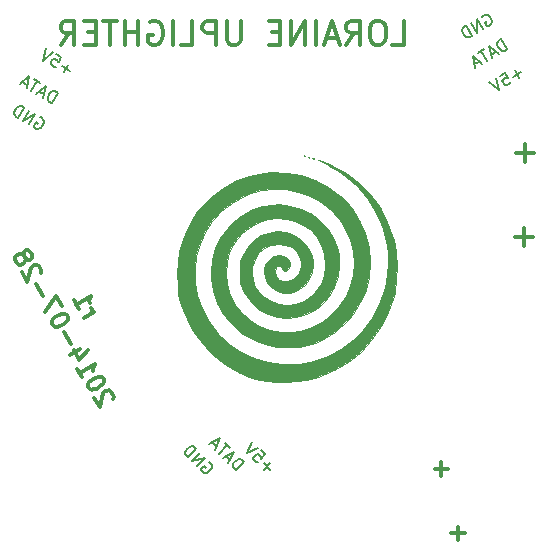
<source format=gbo>
%FSLAX46Y46*%
G04 Gerber Fmt 4.6, Leading zero omitted, Abs format (unit mm)*
G04 Created by KiCad (PCBNEW (2014-jan-25)-product) date Mon 28 Jul 2014 16:56:47 BST*
%MOMM*%
G01*
G04 APERTURE LIST*
%ADD10C,0.100000*%
%ADD11C,0.300000*%
%ADD12C,0.200000*%
%ADD13C,0.400000*%
%ADD14C,3.000000*%
%ADD15C,3.400000*%
%ADD16C,1.397000*%
%ADD17R,1.397000X1.397000*%
%ADD18C,5.500000*%
%ADD19C,4.500000*%
%ADD20R,2.032000X2.032000*%
%ADD21O,2.032000X2.032000*%
%ADD22C,2.000000*%
G04 APERTURE END LIST*
D10*
D11*
X110021516Y-135764327D02*
X110047661Y-135666753D01*
X110038092Y-135507321D01*
X109859520Y-135198026D01*
X109726233Y-135110023D01*
X109628659Y-135083878D01*
X109469227Y-135093448D01*
X109345509Y-135164876D01*
X109195646Y-135333878D01*
X108881911Y-136504757D01*
X108417625Y-135700590D01*
X109252378Y-134146424D02*
X109180949Y-134022707D01*
X109047662Y-133934703D01*
X108950088Y-133908558D01*
X108790655Y-133918128D01*
X108507506Y-133999126D01*
X108198211Y-134177698D01*
X107986489Y-134382413D01*
X107898486Y-134515701D01*
X107872341Y-134613275D01*
X107881911Y-134772707D01*
X107953340Y-134896424D01*
X108086627Y-134984428D01*
X108184201Y-135010573D01*
X108343632Y-135001003D01*
X108626782Y-134920005D01*
X108936077Y-134741434D01*
X109147798Y-134536717D01*
X109235802Y-134403430D01*
X109261947Y-134305857D01*
X109252378Y-134146424D01*
X106989054Y-133226233D02*
X107417626Y-133968540D01*
X107203340Y-133597386D02*
X108502378Y-132847386D01*
X108388229Y-133078247D01*
X108335940Y-133273394D01*
X108345510Y-133432826D01*
X107212223Y-131612772D02*
X106346197Y-132112772D01*
X107885665Y-131636353D02*
X107136353Y-132481362D01*
X106672067Y-131677195D01*
X106448211Y-131146610D02*
X105876783Y-130156866D01*
X106180950Y-128826555D02*
X106109521Y-128702837D01*
X105976234Y-128614834D01*
X105878660Y-128588689D01*
X105719227Y-128598258D01*
X105436078Y-128679257D01*
X105126783Y-128857828D01*
X104915061Y-129062544D01*
X104827058Y-129195832D01*
X104800913Y-129293405D01*
X104810483Y-129452837D01*
X104881912Y-129576555D01*
X105015199Y-129664559D01*
X105112773Y-129690704D01*
X105272204Y-129681134D01*
X105555354Y-129600136D01*
X105864649Y-129421564D01*
X106076370Y-129216848D01*
X106164374Y-129083561D01*
X106190519Y-128985987D01*
X106180950Y-128826555D01*
X105680950Y-127960530D02*
X105180950Y-127094504D01*
X104203340Y-128401235D01*
X104091069Y-127063919D02*
X103519640Y-126074176D01*
X103878660Y-125124588D02*
X103904805Y-125027015D01*
X103895236Y-124867582D01*
X103716664Y-124558287D01*
X103583377Y-124470284D01*
X103485803Y-124444139D01*
X103326371Y-124453709D01*
X103202653Y-124525138D01*
X103052790Y-124694139D01*
X102739055Y-125865018D01*
X102274769Y-125060852D01*
X102588505Y-123889973D02*
X102721793Y-123977977D01*
X102819366Y-124004121D01*
X102978798Y-123994552D01*
X103040657Y-123958838D01*
X103128660Y-123825550D01*
X103154806Y-123727977D01*
X103145236Y-123568544D01*
X103002379Y-123321109D01*
X102869091Y-123233105D01*
X102771517Y-123206960D01*
X102612085Y-123216530D01*
X102550227Y-123252244D01*
X102462223Y-123385531D01*
X102436078Y-123483105D01*
X102445648Y-123642538D01*
X102588505Y-123889973D01*
X102598075Y-124049406D01*
X102571930Y-124146979D01*
X102483926Y-124280267D01*
X102236491Y-124423124D01*
X102077059Y-124432693D01*
X101979485Y-124406549D01*
X101846198Y-124318544D01*
X101703341Y-124071109D01*
X101693771Y-123911677D01*
X101719916Y-123814103D01*
X101807919Y-123680816D01*
X102055355Y-123537959D01*
X102214787Y-123528389D01*
X102312361Y-123554534D01*
X102445648Y-123642538D01*
X107519054Y-128939663D02*
X108385080Y-128439663D01*
X108137643Y-128582521D02*
X108225647Y-128449234D01*
X108251792Y-128351660D01*
X108242223Y-128192227D01*
X108170794Y-128068510D01*
X106661912Y-127455049D02*
X107090483Y-128197356D01*
X106876197Y-127826202D02*
X108175235Y-127076202D01*
X108061087Y-127307063D01*
X108008798Y-127502210D01*
X108018367Y-127661642D01*
X133665811Y-105806762D02*
X134618192Y-105806762D01*
X134618192Y-103806762D01*
X132618191Y-103806762D02*
X132237239Y-103806762D01*
X132046763Y-103902000D01*
X131856286Y-104092476D01*
X131761048Y-104473429D01*
X131761048Y-105140095D01*
X131856286Y-105521048D01*
X132046763Y-105711524D01*
X132237239Y-105806762D01*
X132618191Y-105806762D01*
X132808667Y-105711524D01*
X132999144Y-105521048D01*
X133094382Y-105140095D01*
X133094382Y-104473429D01*
X132999144Y-104092476D01*
X132808667Y-103902000D01*
X132618191Y-103806762D01*
X129761048Y-105806762D02*
X130427715Y-104854381D01*
X130903906Y-105806762D02*
X130903906Y-103806762D01*
X130142001Y-103806762D01*
X129951525Y-103902000D01*
X129856286Y-103997238D01*
X129761048Y-104187714D01*
X129761048Y-104473429D01*
X129856286Y-104663905D01*
X129951525Y-104759143D01*
X130142001Y-104854381D01*
X130903906Y-104854381D01*
X128999144Y-105235333D02*
X128046763Y-105235333D01*
X129189620Y-105806762D02*
X128522953Y-103806762D01*
X127856286Y-105806762D01*
X127189620Y-105806762D02*
X127189620Y-103806762D01*
X126237239Y-105806762D02*
X126237239Y-103806762D01*
X125094381Y-105806762D01*
X125094381Y-103806762D01*
X124142001Y-104759143D02*
X123475334Y-104759143D01*
X123189620Y-105806762D02*
X124142001Y-105806762D01*
X124142001Y-103806762D01*
X123189620Y-103806762D01*
X120808667Y-103806762D02*
X120808667Y-105425810D01*
X120713428Y-105616286D01*
X120618190Y-105711524D01*
X120427714Y-105806762D01*
X120046762Y-105806762D01*
X119856286Y-105711524D01*
X119761047Y-105616286D01*
X119665809Y-105425810D01*
X119665809Y-103806762D01*
X118713429Y-105806762D02*
X118713429Y-103806762D01*
X117951524Y-103806762D01*
X117761048Y-103902000D01*
X117665809Y-103997238D01*
X117570571Y-104187714D01*
X117570571Y-104473429D01*
X117665809Y-104663905D01*
X117761048Y-104759143D01*
X117951524Y-104854381D01*
X118713429Y-104854381D01*
X115761048Y-105806762D02*
X116713429Y-105806762D01*
X116713429Y-103806762D01*
X115094381Y-105806762D02*
X115094381Y-103806762D01*
X113094380Y-103902000D02*
X113284857Y-103806762D01*
X113570571Y-103806762D01*
X113856285Y-103902000D01*
X114046761Y-104092476D01*
X114142000Y-104282952D01*
X114237238Y-104663905D01*
X114237238Y-104949619D01*
X114142000Y-105330571D01*
X114046761Y-105521048D01*
X113856285Y-105711524D01*
X113570571Y-105806762D01*
X113380095Y-105806762D01*
X113094380Y-105711524D01*
X112999142Y-105616286D01*
X112999142Y-104949619D01*
X113380095Y-104949619D01*
X112142000Y-105806762D02*
X112142000Y-103806762D01*
X112142000Y-104759143D02*
X110999142Y-104759143D01*
X110999142Y-105806762D02*
X110999142Y-103806762D01*
X110332476Y-103806762D02*
X109189619Y-103806762D01*
X109761047Y-105806762D02*
X109761047Y-103806762D01*
X108522952Y-104759143D02*
X107856285Y-104759143D01*
X107570571Y-105806762D02*
X108522952Y-105806762D01*
X108522952Y-103806762D01*
X107570571Y-103806762D01*
X105570570Y-105806762D02*
X106237237Y-104854381D01*
X106713428Y-105806762D02*
X106713428Y-103806762D01*
X105951523Y-103806762D01*
X105761047Y-103902000D01*
X105665808Y-103997238D01*
X105570570Y-104187714D01*
X105570570Y-104473429D01*
X105665808Y-104663905D01*
X105761047Y-104759143D01*
X105951523Y-104854381D01*
X106713428Y-104854381D01*
D12*
X123286629Y-141802645D02*
X122747881Y-141263897D01*
X122747881Y-141802644D02*
X123286629Y-141263896D01*
X122512179Y-140152729D02*
X122848897Y-140489447D01*
X122545851Y-140859836D01*
X122545851Y-140792492D01*
X122512180Y-140691477D01*
X122343820Y-140523118D01*
X122242805Y-140489446D01*
X122175462Y-140489446D01*
X122074446Y-140523118D01*
X121906087Y-140691477D01*
X121872416Y-140792492D01*
X121872416Y-140859836D01*
X121906087Y-140960851D01*
X122074447Y-141129210D01*
X122175462Y-141162882D01*
X122242805Y-141162882D01*
X122276477Y-139917027D02*
X121333668Y-140388431D01*
X121805072Y-139445622D01*
X120374778Y-141842542D02*
X121081885Y-141135435D01*
X120913527Y-140967076D01*
X120778839Y-140899732D01*
X120644152Y-140899732D01*
X120543137Y-140933404D01*
X120374778Y-141034419D01*
X120273763Y-141135435D01*
X120172747Y-141303794D01*
X120139076Y-141404809D01*
X120139076Y-141539496D01*
X120206420Y-141674183D01*
X120374778Y-141842542D01*
X119903374Y-140967076D02*
X119566656Y-140630359D01*
X119768687Y-141236450D02*
X120240092Y-140293641D01*
X119297282Y-140765045D01*
X119869702Y-139923252D02*
X119465641Y-139519190D01*
X118960565Y-140428328D02*
X119667672Y-139721222D01*
X118758534Y-139822237D02*
X118421816Y-139485519D01*
X118623847Y-140091610D02*
X119095252Y-139148802D01*
X118152442Y-139620206D01*
X118113301Y-141155194D02*
X118214316Y-141188866D01*
X118315331Y-141289881D01*
X118382675Y-141424569D01*
X118382675Y-141559255D01*
X118349004Y-141660271D01*
X118247988Y-141828629D01*
X118146973Y-141929645D01*
X117978614Y-142030660D01*
X117877599Y-142064332D01*
X117742912Y-142064332D01*
X117608224Y-141996988D01*
X117540881Y-141929644D01*
X117473538Y-141794957D01*
X117473538Y-141727614D01*
X117709240Y-141491912D01*
X117843926Y-141626599D01*
X117103149Y-141491912D02*
X117810255Y-140784805D01*
X116699087Y-141087851D01*
X117406194Y-140380744D01*
X116362370Y-140751133D02*
X117069477Y-140044027D01*
X116901118Y-139875668D01*
X116766431Y-139808324D01*
X116631744Y-139808324D01*
X116530729Y-139841996D01*
X116362370Y-139943011D01*
X116261354Y-140044027D01*
X116160339Y-140212385D01*
X116126667Y-140313400D01*
X116126667Y-140448087D01*
X116194012Y-140582775D01*
X116362370Y-140751133D01*
X144532175Y-108131002D02*
X143872346Y-108511955D01*
X144392737Y-108651393D02*
X144011784Y-107991564D01*
X142738036Y-108452034D02*
X143150430Y-108213939D01*
X143429764Y-108602522D01*
X143364715Y-108585092D01*
X143258427Y-108591472D01*
X143052230Y-108710520D01*
X142993561Y-108799378D01*
X142976131Y-108864427D01*
X142982511Y-108970716D01*
X143101559Y-109176912D01*
X143190417Y-109235581D01*
X143255466Y-109253011D01*
X143361754Y-109246631D01*
X143567951Y-109127583D01*
X143626620Y-109038725D01*
X143644050Y-108973676D01*
X142449361Y-108618701D02*
X142660687Y-109651392D01*
X141872011Y-108952034D01*
X143384229Y-106194773D02*
X142884229Y-105328748D01*
X142678032Y-105447796D01*
X142578123Y-105560464D01*
X142543264Y-105690561D01*
X142549643Y-105796849D01*
X142603642Y-105985616D01*
X142675071Y-106109335D01*
X142811548Y-106250482D01*
X142900407Y-106309151D01*
X143030504Y-106344011D01*
X143178032Y-106313821D01*
X143384229Y-106194773D01*
X142416585Y-106423528D02*
X142004192Y-106661624D01*
X142641921Y-106623345D02*
X141853246Y-105923986D01*
X142064570Y-106956678D01*
X141399613Y-106185891D02*
X140904741Y-106471606D01*
X141652178Y-107194773D02*
X141152178Y-106328748D01*
X141014449Y-107233052D02*
X140602055Y-107471148D01*
X141239784Y-107432869D02*
X140451109Y-106733510D01*
X140662434Y-107766202D01*
X141252828Y-103453035D02*
X141311497Y-103364177D01*
X141435215Y-103292749D01*
X141582743Y-103262559D01*
X141712841Y-103297418D01*
X141801699Y-103356087D01*
X141938176Y-103497235D01*
X142009605Y-103620954D01*
X142063604Y-103809720D01*
X142069984Y-103916008D01*
X142035124Y-104046106D01*
X141935215Y-104158774D01*
X141852737Y-104206393D01*
X141705209Y-104236582D01*
X141640160Y-104219152D01*
X141473494Y-103930478D01*
X141638451Y-103835240D01*
X141316626Y-104515916D02*
X140816626Y-103649891D01*
X140821754Y-104801631D01*
X140321754Y-103935606D01*
X140409361Y-105039726D02*
X139909361Y-104173701D01*
X139703165Y-104292748D01*
X139603256Y-104405416D01*
X139568396Y-104535514D01*
X139574776Y-104641802D01*
X139628775Y-104830568D01*
X139700204Y-104954287D01*
X139836681Y-105095435D01*
X139925539Y-105154104D01*
X140055637Y-105188963D01*
X140203165Y-105158773D01*
X140409361Y-105039726D01*
X103779828Y-111961939D02*
X103886116Y-111968319D01*
X104009834Y-112039748D01*
X104109743Y-112152416D01*
X104144603Y-112282513D01*
X104138223Y-112388801D01*
X104084224Y-112577568D01*
X104012795Y-112701287D01*
X103876318Y-112842434D01*
X103787460Y-112901103D01*
X103657362Y-112935963D01*
X103509834Y-112905773D01*
X103427356Y-112858154D01*
X103327447Y-112745486D01*
X103310017Y-112680437D01*
X103476684Y-112391763D01*
X103641641Y-112487001D01*
X102891245Y-112548630D02*
X103391245Y-111682605D01*
X102396373Y-112262916D01*
X102896373Y-111396891D01*
X101983980Y-112024821D02*
X102483980Y-111158796D01*
X102277784Y-111039748D01*
X102130256Y-111009558D01*
X102000158Y-111044418D01*
X101911300Y-111103087D01*
X101774823Y-111244234D01*
X101703394Y-111367953D01*
X101649395Y-111556720D01*
X101643015Y-111663008D01*
X101677875Y-111793105D01*
X101777784Y-111905773D01*
X101983980Y-112024821D01*
X104831848Y-110742773D02*
X105331848Y-109876748D01*
X105125651Y-109757701D01*
X104978123Y-109727511D01*
X104848026Y-109762370D01*
X104759167Y-109821039D01*
X104622690Y-109962187D01*
X104551261Y-110085906D01*
X104497262Y-110274672D01*
X104490883Y-110380960D01*
X104525742Y-110511058D01*
X104625651Y-110623726D01*
X104831848Y-110742773D01*
X104149918Y-110019147D02*
X103737525Y-109781052D01*
X104089540Y-110314202D02*
X104300865Y-109281510D01*
X103512189Y-109980868D01*
X103847232Y-109019605D02*
X103352360Y-108733891D01*
X103099797Y-109742773D02*
X103599797Y-108876748D01*
X102747782Y-109209623D02*
X102335388Y-108971528D01*
X102687403Y-109504678D02*
X102898728Y-108471986D01*
X102110053Y-109171344D01*
X106360746Y-108019716D02*
X105700917Y-107638764D01*
X105840356Y-108159154D02*
X106221308Y-107499325D01*
X105185655Y-106626462D02*
X105598049Y-106864558D01*
X105401193Y-107300760D01*
X105383763Y-107235711D01*
X105325094Y-107146853D01*
X105118897Y-107027805D01*
X105012609Y-107021425D01*
X104947560Y-107038855D01*
X104858701Y-107097525D01*
X104739654Y-107303721D01*
X104733274Y-107410009D01*
X104750704Y-107475058D01*
X104809373Y-107563916D01*
X105015570Y-107682964D01*
X105121858Y-107689344D01*
X105186907Y-107671914D01*
X104896980Y-106459796D02*
X104108306Y-107159154D01*
X104319630Y-106126462D01*
D11*
X138366428Y-141712143D02*
X137223571Y-141712143D01*
X137795000Y-142283571D02*
X137795000Y-141140714D01*
X139763428Y-147173143D02*
X138620571Y-147173143D01*
X139192000Y-147744571D02*
X139192000Y-146601714D01*
X145668905Y-114950857D02*
X144145095Y-114950857D01*
X144907000Y-115712762D02*
X144907000Y-114188952D01*
X145541905Y-122062857D02*
X144018095Y-122062857D01*
X144780000Y-122824762D02*
X144780000Y-121300952D01*
D10*
G36*
X134026856Y-124514931D02*
X133989387Y-125643042D01*
X133836487Y-126707762D01*
X133755503Y-127051966D01*
X133296902Y-128412594D01*
X132671581Y-129662157D01*
X131888930Y-130790963D01*
X130958336Y-131789321D01*
X129889188Y-132647538D01*
X128690873Y-133355923D01*
X127372779Y-133904783D01*
X127003234Y-134022674D01*
X126335339Y-134174849D01*
X125539750Y-134280880D01*
X124682228Y-134338142D01*
X123828535Y-134344010D01*
X123044432Y-134295858D01*
X122453400Y-134204342D01*
X122037296Y-134087299D01*
X121526179Y-133907237D01*
X121005154Y-133695199D01*
X120790543Y-133597814D01*
X119571451Y-132922459D01*
X118507642Y-132118157D01*
X117591072Y-131176853D01*
X116813700Y-130090493D01*
X116265161Y-129065884D01*
X115931594Y-128292605D01*
X115697257Y-127588953D01*
X115547877Y-126887879D01*
X115469181Y-126122334D01*
X115446896Y-125225268D01*
X115446900Y-125222000D01*
X115484696Y-124206308D01*
X115604634Y-123318281D01*
X115820908Y-122494078D01*
X116147711Y-121669863D01*
X116313514Y-121323962D01*
X116673045Y-120656494D01*
X117045724Y-120087645D01*
X117478893Y-119555000D01*
X118019892Y-118996141D01*
X118234374Y-118791355D01*
X119233607Y-117986312D01*
X120324920Y-117361266D01*
X121498710Y-116920282D01*
X122745375Y-116667429D01*
X123376057Y-116613626D01*
X124708458Y-116639886D01*
X125958225Y-116851726D01*
X127125995Y-117249371D01*
X128212402Y-117833048D01*
X129218082Y-118602982D01*
X129365151Y-118737487D01*
X130204121Y-119655444D01*
X130865727Y-120670229D01*
X131346133Y-121772946D01*
X131641504Y-122954698D01*
X131748005Y-124206588D01*
X131748298Y-124265947D01*
X131663358Y-125476818D01*
X131401085Y-126594475D01*
X130955846Y-127632514D01*
X130322008Y-128604530D01*
X129622062Y-129397732D01*
X129168177Y-129836052D01*
X128780575Y-130161667D01*
X128398171Y-130420201D01*
X127959879Y-130657277D01*
X127889000Y-130692122D01*
X127128081Y-131030471D01*
X126444944Y-131253748D01*
X125763812Y-131379963D01*
X125008912Y-131427127D01*
X124790200Y-131428662D01*
X123901491Y-131385677D01*
X123120631Y-131248382D01*
X122367054Y-130998556D01*
X121843800Y-130762339D01*
X120870656Y-130177365D01*
X120037599Y-129455464D01*
X119355484Y-128613975D01*
X118835168Y-127670238D01*
X118487508Y-126641591D01*
X118323358Y-125545375D01*
X118311330Y-125120400D01*
X118399668Y-124033036D01*
X118659944Y-123046830D01*
X119099713Y-122143483D01*
X119726531Y-121304701D01*
X120011911Y-121002511D01*
X120817842Y-120308716D01*
X121664885Y-119807360D01*
X122576998Y-119488406D01*
X123578136Y-119341820D01*
X124006232Y-119329199D01*
X125009494Y-119424925D01*
X125951055Y-119700961D01*
X126811027Y-120140593D01*
X127569523Y-120727108D01*
X128206653Y-121443794D01*
X128702532Y-122273936D01*
X129037271Y-123200822D01*
X129128148Y-123633571D01*
X129176810Y-124526155D01*
X129042028Y-125428366D01*
X128737237Y-126299539D01*
X128275870Y-127099012D01*
X127795503Y-127667211D01*
X127091995Y-128241876D01*
X126323358Y-128646358D01*
X125514869Y-128884404D01*
X124691808Y-128959762D01*
X123879452Y-128876178D01*
X123103081Y-128637400D01*
X122387973Y-128247175D01*
X121759407Y-127709251D01*
X121242661Y-127027375D01*
X121049862Y-126667236D01*
X120888822Y-126304602D01*
X120791878Y-126002149D01*
X120743234Y-125681910D01*
X120727095Y-125265923D01*
X120726200Y-125069600D01*
X120735850Y-124582574D01*
X120773716Y-124224235D01*
X120853170Y-123920611D01*
X120987584Y-123597733D01*
X120995232Y-123581367D01*
X121412289Y-122899407D01*
X121941965Y-122356423D01*
X122556414Y-121957775D01*
X123227793Y-121708828D01*
X123928257Y-121614941D01*
X124629964Y-121681479D01*
X125305067Y-121913804D01*
X125925724Y-122317276D01*
X126201257Y-122578784D01*
X126571712Y-123082459D01*
X126837542Y-123661977D01*
X126966713Y-124241749D01*
X126974033Y-124402240D01*
X126881577Y-125022262D01*
X126627667Y-125605482D01*
X126243417Y-126114130D01*
X125759936Y-126510440D01*
X125208338Y-126756644D01*
X124997609Y-126801479D01*
X124414288Y-126802149D01*
X123877810Y-126643279D01*
X123416480Y-126352264D01*
X123058603Y-125956501D01*
X122832483Y-125483385D01*
X122766425Y-124960311D01*
X122804472Y-124678779D01*
X122983230Y-124248577D01*
X123275317Y-123918206D01*
X123639779Y-123701960D01*
X124035659Y-123614134D01*
X124422005Y-123669024D01*
X124757860Y-123880925D01*
X124836597Y-123969479D01*
X125014989Y-124285909D01*
X125005800Y-124572895D01*
X124856824Y-124821287D01*
X124652363Y-124975920D01*
X124462708Y-124972238D01*
X124346143Y-124821824D01*
X124333000Y-124717188D01*
X124255535Y-124564052D01*
X124079993Y-124505612D01*
X123891651Y-124548977D01*
X123785070Y-124671509D01*
X123719396Y-125078860D01*
X123829876Y-125430332D01*
X124090441Y-125689982D01*
X124475025Y-125821864D01*
X124626101Y-125831220D01*
X125097097Y-125739647D01*
X125486385Y-125490609D01*
X125771332Y-125121064D01*
X125929309Y-124667970D01*
X125937686Y-124168282D01*
X125850536Y-123831614D01*
X125562156Y-123341314D01*
X125129105Y-122973951D01*
X124581210Y-122748339D01*
X124028200Y-122682000D01*
X123358418Y-122773094D01*
X122782482Y-123033410D01*
X122318783Y-123443499D01*
X121985715Y-123983910D01*
X121801668Y-124635194D01*
X121770422Y-125069600D01*
X121841304Y-125733158D01*
X122066813Y-126311560D01*
X122466243Y-126845759D01*
X122726951Y-127099883D01*
X123342878Y-127526028D01*
X124023865Y-127775235D01*
X124739639Y-127850012D01*
X125459926Y-127752871D01*
X126154453Y-127486320D01*
X126792946Y-127052869D01*
X127116724Y-126735968D01*
X127580294Y-126094214D01*
X127866247Y-125385946D01*
X127985533Y-124581332D01*
X127990600Y-124355678D01*
X127901150Y-123509661D01*
X127647509Y-122752588D01*
X127251739Y-122092161D01*
X126735904Y-121536087D01*
X126122065Y-121092068D01*
X125432287Y-120767810D01*
X124688630Y-120571017D01*
X123913159Y-120509392D01*
X123127935Y-120590642D01*
X122355022Y-120822469D01*
X121616482Y-121212578D01*
X120934378Y-121768674D01*
X120844587Y-121860271D01*
X120254926Y-122595989D01*
X119851385Y-123382616D01*
X119622905Y-124248240D01*
X119557800Y-125128138D01*
X119652558Y-126100618D01*
X119924207Y-127003965D01*
X120353801Y-127823265D01*
X120922398Y-128543607D01*
X121611055Y-129150078D01*
X122400829Y-129627766D01*
X123272777Y-129961758D01*
X124207955Y-130137143D01*
X125187421Y-130139008D01*
X125806200Y-130046986D01*
X126810190Y-129741794D01*
X127710946Y-129276705D01*
X128498978Y-128672105D01*
X129164797Y-127948382D01*
X129698913Y-127125920D01*
X130091837Y-126225106D01*
X130334079Y-125266327D01*
X130416150Y-124269970D01*
X130328560Y-123256419D01*
X130061820Y-122246063D01*
X129761970Y-121548742D01*
X129184723Y-120620318D01*
X128466910Y-119820079D01*
X127631697Y-119155865D01*
X126702247Y-118635515D01*
X125701724Y-118266871D01*
X124653294Y-118057771D01*
X123580119Y-118016055D01*
X122505364Y-118149564D01*
X121452194Y-118466137D01*
X121101520Y-118617629D01*
X120064529Y-119206890D01*
X119169000Y-119926417D01*
X118418440Y-120757282D01*
X117816358Y-121680555D01*
X117366263Y-122677308D01*
X117071661Y-123728612D01*
X116936063Y-124815538D01*
X116962976Y-125919157D01*
X117155908Y-127020541D01*
X117518367Y-128100761D01*
X118053862Y-129140887D01*
X118765901Y-130121992D01*
X118933750Y-130313841D01*
X119813281Y-131139908D01*
X120815982Y-131818435D01*
X121915749Y-132339750D01*
X123086476Y-132694177D01*
X124302056Y-132872043D01*
X125536386Y-132863674D01*
X125755898Y-132841943D01*
X127008264Y-132600860D01*
X128193150Y-132176910D01*
X129294668Y-131583770D01*
X130296931Y-130835115D01*
X131184051Y-129944621D01*
X131940140Y-128925962D01*
X132549310Y-127792814D01*
X132976217Y-126627055D01*
X133117072Y-125976934D01*
X133212036Y-125198931D01*
X133258380Y-124363726D01*
X133253373Y-123542002D01*
X133194287Y-122804438D01*
X133137218Y-122457682D01*
X132767091Y-121157686D01*
X132214873Y-119923930D01*
X131495771Y-118780799D01*
X130624988Y-117752677D01*
X129677692Y-116909775D01*
X129306410Y-116649526D01*
X128829418Y-116351459D01*
X128325207Y-116063548D01*
X128093558Y-115941514D01*
X127681960Y-115725255D01*
X127448757Y-115588665D01*
X127385748Y-115530962D01*
X127484732Y-115551367D01*
X127737507Y-115649100D01*
X128135872Y-115823380D01*
X128468702Y-115977202D01*
X129715289Y-116668919D01*
X130816624Y-117501946D01*
X131769024Y-118471828D01*
X132568808Y-119574107D01*
X133212294Y-120804328D01*
X133695799Y-122158033D01*
X133755503Y-122376033D01*
X133948895Y-123400304D01*
X134026856Y-124514931D01*
X134026856Y-124514931D01*
X134026856Y-124514931D01*
G37*
X134026856Y-124514931D02*
X133989387Y-125643042D01*
X133836487Y-126707762D01*
X133755503Y-127051966D01*
X133296902Y-128412594D01*
X132671581Y-129662157D01*
X131888930Y-130790963D01*
X130958336Y-131789321D01*
X129889188Y-132647538D01*
X128690873Y-133355923D01*
X127372779Y-133904783D01*
X127003234Y-134022674D01*
X126335339Y-134174849D01*
X125539750Y-134280880D01*
X124682228Y-134338142D01*
X123828535Y-134344010D01*
X123044432Y-134295858D01*
X122453400Y-134204342D01*
X122037296Y-134087299D01*
X121526179Y-133907237D01*
X121005154Y-133695199D01*
X120790543Y-133597814D01*
X119571451Y-132922459D01*
X118507642Y-132118157D01*
X117591072Y-131176853D01*
X116813700Y-130090493D01*
X116265161Y-129065884D01*
X115931594Y-128292605D01*
X115697257Y-127588953D01*
X115547877Y-126887879D01*
X115469181Y-126122334D01*
X115446896Y-125225268D01*
X115446900Y-125222000D01*
X115484696Y-124206308D01*
X115604634Y-123318281D01*
X115820908Y-122494078D01*
X116147711Y-121669863D01*
X116313514Y-121323962D01*
X116673045Y-120656494D01*
X117045724Y-120087645D01*
X117478893Y-119555000D01*
X118019892Y-118996141D01*
X118234374Y-118791355D01*
X119233607Y-117986312D01*
X120324920Y-117361266D01*
X121498710Y-116920282D01*
X122745375Y-116667429D01*
X123376057Y-116613626D01*
X124708458Y-116639886D01*
X125958225Y-116851726D01*
X127125995Y-117249371D01*
X128212402Y-117833048D01*
X129218082Y-118602982D01*
X129365151Y-118737487D01*
X130204121Y-119655444D01*
X130865727Y-120670229D01*
X131346133Y-121772946D01*
X131641504Y-122954698D01*
X131748005Y-124206588D01*
X131748298Y-124265947D01*
X131663358Y-125476818D01*
X131401085Y-126594475D01*
X130955846Y-127632514D01*
X130322008Y-128604530D01*
X129622062Y-129397732D01*
X129168177Y-129836052D01*
X128780575Y-130161667D01*
X128398171Y-130420201D01*
X127959879Y-130657277D01*
X127889000Y-130692122D01*
X127128081Y-131030471D01*
X126444944Y-131253748D01*
X125763812Y-131379963D01*
X125008912Y-131427127D01*
X124790200Y-131428662D01*
X123901491Y-131385677D01*
X123120631Y-131248382D01*
X122367054Y-130998556D01*
X121843800Y-130762339D01*
X120870656Y-130177365D01*
X120037599Y-129455464D01*
X119355484Y-128613975D01*
X118835168Y-127670238D01*
X118487508Y-126641591D01*
X118323358Y-125545375D01*
X118311330Y-125120400D01*
X118399668Y-124033036D01*
X118659944Y-123046830D01*
X119099713Y-122143483D01*
X119726531Y-121304701D01*
X120011911Y-121002511D01*
X120817842Y-120308716D01*
X121664885Y-119807360D01*
X122576998Y-119488406D01*
X123578136Y-119341820D01*
X124006232Y-119329199D01*
X125009494Y-119424925D01*
X125951055Y-119700961D01*
X126811027Y-120140593D01*
X127569523Y-120727108D01*
X128206653Y-121443794D01*
X128702532Y-122273936D01*
X129037271Y-123200822D01*
X129128148Y-123633571D01*
X129176810Y-124526155D01*
X129042028Y-125428366D01*
X128737237Y-126299539D01*
X128275870Y-127099012D01*
X127795503Y-127667211D01*
X127091995Y-128241876D01*
X126323358Y-128646358D01*
X125514869Y-128884404D01*
X124691808Y-128959762D01*
X123879452Y-128876178D01*
X123103081Y-128637400D01*
X122387973Y-128247175D01*
X121759407Y-127709251D01*
X121242661Y-127027375D01*
X121049862Y-126667236D01*
X120888822Y-126304602D01*
X120791878Y-126002149D01*
X120743234Y-125681910D01*
X120727095Y-125265923D01*
X120726200Y-125069600D01*
X120735850Y-124582574D01*
X120773716Y-124224235D01*
X120853170Y-123920611D01*
X120987584Y-123597733D01*
X120995232Y-123581367D01*
X121412289Y-122899407D01*
X121941965Y-122356423D01*
X122556414Y-121957775D01*
X123227793Y-121708828D01*
X123928257Y-121614941D01*
X124629964Y-121681479D01*
X125305067Y-121913804D01*
X125925724Y-122317276D01*
X126201257Y-122578784D01*
X126571712Y-123082459D01*
X126837542Y-123661977D01*
X126966713Y-124241749D01*
X126974033Y-124402240D01*
X126881577Y-125022262D01*
X126627667Y-125605482D01*
X126243417Y-126114130D01*
X125759936Y-126510440D01*
X125208338Y-126756644D01*
X124997609Y-126801479D01*
X124414288Y-126802149D01*
X123877810Y-126643279D01*
X123416480Y-126352264D01*
X123058603Y-125956501D01*
X122832483Y-125483385D01*
X122766425Y-124960311D01*
X122804472Y-124678779D01*
X122983230Y-124248577D01*
X123275317Y-123918206D01*
X123639779Y-123701960D01*
X124035659Y-123614134D01*
X124422005Y-123669024D01*
X124757860Y-123880925D01*
X124836597Y-123969479D01*
X125014989Y-124285909D01*
X125005800Y-124572895D01*
X124856824Y-124821287D01*
X124652363Y-124975920D01*
X124462708Y-124972238D01*
X124346143Y-124821824D01*
X124333000Y-124717188D01*
X124255535Y-124564052D01*
X124079993Y-124505612D01*
X123891651Y-124548977D01*
X123785070Y-124671509D01*
X123719396Y-125078860D01*
X123829876Y-125430332D01*
X124090441Y-125689982D01*
X124475025Y-125821864D01*
X124626101Y-125831220D01*
X125097097Y-125739647D01*
X125486385Y-125490609D01*
X125771332Y-125121064D01*
X125929309Y-124667970D01*
X125937686Y-124168282D01*
X125850536Y-123831614D01*
X125562156Y-123341314D01*
X125129105Y-122973951D01*
X124581210Y-122748339D01*
X124028200Y-122682000D01*
X123358418Y-122773094D01*
X122782482Y-123033410D01*
X122318783Y-123443499D01*
X121985715Y-123983910D01*
X121801668Y-124635194D01*
X121770422Y-125069600D01*
X121841304Y-125733158D01*
X122066813Y-126311560D01*
X122466243Y-126845759D01*
X122726951Y-127099883D01*
X123342878Y-127526028D01*
X124023865Y-127775235D01*
X124739639Y-127850012D01*
X125459926Y-127752871D01*
X126154453Y-127486320D01*
X126792946Y-127052869D01*
X127116724Y-126735968D01*
X127580294Y-126094214D01*
X127866247Y-125385946D01*
X127985533Y-124581332D01*
X127990600Y-124355678D01*
X127901150Y-123509661D01*
X127647509Y-122752588D01*
X127251739Y-122092161D01*
X126735904Y-121536087D01*
X126122065Y-121092068D01*
X125432287Y-120767810D01*
X124688630Y-120571017D01*
X123913159Y-120509392D01*
X123127935Y-120590642D01*
X122355022Y-120822469D01*
X121616482Y-121212578D01*
X120934378Y-121768674D01*
X120844587Y-121860271D01*
X120254926Y-122595989D01*
X119851385Y-123382616D01*
X119622905Y-124248240D01*
X119557800Y-125128138D01*
X119652558Y-126100618D01*
X119924207Y-127003965D01*
X120353801Y-127823265D01*
X120922398Y-128543607D01*
X121611055Y-129150078D01*
X122400829Y-129627766D01*
X123272777Y-129961758D01*
X124207955Y-130137143D01*
X125187421Y-130139008D01*
X125806200Y-130046986D01*
X126810190Y-129741794D01*
X127710946Y-129276705D01*
X128498978Y-128672105D01*
X129164797Y-127948382D01*
X129698913Y-127125920D01*
X130091837Y-126225106D01*
X130334079Y-125266327D01*
X130416150Y-124269970D01*
X130328560Y-123256419D01*
X130061820Y-122246063D01*
X129761970Y-121548742D01*
X129184723Y-120620318D01*
X128466910Y-119820079D01*
X127631697Y-119155865D01*
X126702247Y-118635515D01*
X125701724Y-118266871D01*
X124653294Y-118057771D01*
X123580119Y-118016055D01*
X122505364Y-118149564D01*
X121452194Y-118466137D01*
X121101520Y-118617629D01*
X120064529Y-119206890D01*
X119169000Y-119926417D01*
X118418440Y-120757282D01*
X117816358Y-121680555D01*
X117366263Y-122677308D01*
X117071661Y-123728612D01*
X116936063Y-124815538D01*
X116962976Y-125919157D01*
X117155908Y-127020541D01*
X117518367Y-128100761D01*
X118053862Y-129140887D01*
X118765901Y-130121992D01*
X118933750Y-130313841D01*
X119813281Y-131139908D01*
X120815982Y-131818435D01*
X121915749Y-132339750D01*
X123086476Y-132694177D01*
X124302056Y-132872043D01*
X125536386Y-132863674D01*
X125755898Y-132841943D01*
X127008264Y-132600860D01*
X128193150Y-132176910D01*
X129294668Y-131583770D01*
X130296931Y-130835115D01*
X131184051Y-129944621D01*
X131940140Y-128925962D01*
X132549310Y-127792814D01*
X132976217Y-126627055D01*
X133117072Y-125976934D01*
X133212036Y-125198931D01*
X133258380Y-124363726D01*
X133253373Y-123542002D01*
X133194287Y-122804438D01*
X133137218Y-122457682D01*
X132767091Y-121157686D01*
X132214873Y-119923930D01*
X131495771Y-118780799D01*
X130624988Y-117752677D01*
X129677692Y-116909775D01*
X129306410Y-116649526D01*
X128829418Y-116351459D01*
X128325207Y-116063548D01*
X128093558Y-115941514D01*
X127681960Y-115725255D01*
X127448757Y-115588665D01*
X127385748Y-115530962D01*
X127484732Y-115551367D01*
X127737507Y-115649100D01*
X128135872Y-115823380D01*
X128468702Y-115977202D01*
X129715289Y-116668919D01*
X130816624Y-117501946D01*
X131769024Y-118471828D01*
X132568808Y-119574107D01*
X133212294Y-120804328D01*
X133695799Y-122158033D01*
X133755503Y-122376033D01*
X133948895Y-123400304D01*
X134026856Y-124514931D01*
X134026856Y-124514931D01*
G36*
X127042333Y-115400666D02*
X127028386Y-115461067D01*
X126974600Y-115468400D01*
X126890971Y-115431226D01*
X126906866Y-115400666D01*
X127027442Y-115388507D01*
X127042333Y-115400666D01*
X127042333Y-115400666D01*
X127042333Y-115400666D01*
G37*
X127042333Y-115400666D02*
X127028386Y-115461067D01*
X126974600Y-115468400D01*
X126890971Y-115431226D01*
X126906866Y-115400666D01*
X127027442Y-115388507D01*
X127042333Y-115400666D01*
X127042333Y-115400666D01*
G36*
X126635933Y-115299066D02*
X126621986Y-115359467D01*
X126568200Y-115366800D01*
X126484571Y-115329626D01*
X126500466Y-115299066D01*
X126621042Y-115286907D01*
X126635933Y-115299066D01*
X126635933Y-115299066D01*
X126635933Y-115299066D01*
G37*
X126635933Y-115299066D02*
X126621986Y-115359467D01*
X126568200Y-115366800D01*
X126484571Y-115329626D01*
X126500466Y-115299066D01*
X126621042Y-115286907D01*
X126635933Y-115299066D01*
X126635933Y-115299066D01*
G36*
X126263400Y-115214400D02*
X126212600Y-115265200D01*
X126161800Y-115214400D01*
X126212600Y-115163600D01*
X126263400Y-115214400D01*
X126263400Y-115214400D01*
X126263400Y-115214400D01*
G37*
X126263400Y-115214400D02*
X126212600Y-115265200D01*
X126161800Y-115214400D01*
X126212600Y-115163600D01*
X126263400Y-115214400D01*
X126263400Y-115214400D01*
%LPC*%
D13*
X114230000Y-109258000D03*
X114230000Y-108458000D03*
X114230000Y-107658000D03*
X113430000Y-107658000D03*
X113430000Y-108458000D03*
X113430000Y-109258000D03*
X112630000Y-109258000D03*
X112630000Y-108458000D03*
X112630000Y-107658000D03*
X111830000Y-107658000D03*
X111830000Y-108458000D03*
X111830000Y-109258000D03*
X129578000Y-106242000D03*
X128778000Y-106242000D03*
X127978000Y-106242000D03*
X127978000Y-107042000D03*
X128778000Y-107042000D03*
X129578000Y-107042000D03*
X129578000Y-107842000D03*
X128778000Y-107842000D03*
X127978000Y-107842000D03*
X127978000Y-108642000D03*
X128778000Y-108642000D03*
X129578000Y-108642000D03*
X122466000Y-145358000D03*
X121666000Y-145358000D03*
X120866000Y-145358000D03*
X120866000Y-146158000D03*
X121666000Y-146158000D03*
X122466000Y-146158000D03*
X122466000Y-146958000D03*
X121666000Y-146958000D03*
X120866000Y-146958000D03*
X120866000Y-147758000D03*
X121666000Y-147758000D03*
X122466000Y-147758000D03*
D10*
G36*
X133093573Y-114785107D02*
X136629107Y-111249573D01*
X138750427Y-113370893D01*
X135214893Y-116906427D01*
X133093573Y-114785107D01*
X133093573Y-114785107D01*
G37*
D14*
X120677181Y-109048074D02*
X121194819Y-110979926D01*
X109048074Y-120677181D02*
X110979926Y-121194819D01*
X114785107Y-135468893D02*
X113370893Y-136883107D01*
X129059181Y-139147074D02*
X129576819Y-141078926D01*
X139020074Y-128678181D02*
X140951926Y-129195819D01*
D15*
X128302000Y-112681000D03*
X137319000Y-121698000D03*
X134017000Y-134017000D03*
X121698000Y-137319000D03*
X112681000Y-128302000D03*
X115983000Y-115983000D03*
D10*
G36*
X105275669Y-114301874D02*
X104065831Y-113603374D01*
X104764331Y-112393536D01*
X105974169Y-113092036D01*
X105275669Y-114301874D01*
X105275669Y-114301874D01*
G37*
D16*
X106290000Y-111148000D03*
X107560000Y-108948295D03*
D10*
G36*
X142165831Y-102544626D02*
X143375669Y-101846126D01*
X144074169Y-103055964D01*
X142864331Y-103754464D01*
X142165831Y-102544626D01*
X142165831Y-102544626D01*
G37*
D16*
X144390000Y-105000000D03*
X145660000Y-107199705D03*
D17*
X119244000Y-142644000D03*
D16*
X121784000Y-142644000D03*
X124324000Y-142644000D03*
D18*
X105791000Y-139595860D03*
D19*
X105791000Y-145595340D03*
X110490000Y-142595600D03*
D20*
X147574000Y-124714000D03*
D21*
X147574000Y-122174000D03*
D20*
X147574000Y-117602000D03*
D21*
X147574000Y-115062000D03*
D10*
G36*
X143313537Y-138392929D02*
X146849071Y-141928463D01*
X144727751Y-144049783D01*
X141192217Y-140514249D01*
X143313537Y-138392929D01*
X143313537Y-138392929D01*
G37*
D14*
X141584661Y-145071553D02*
X140170447Y-143657339D01*
D22*
X146984128Y-145082867D03*
X144828867Y-147238128D03*
M02*

</source>
